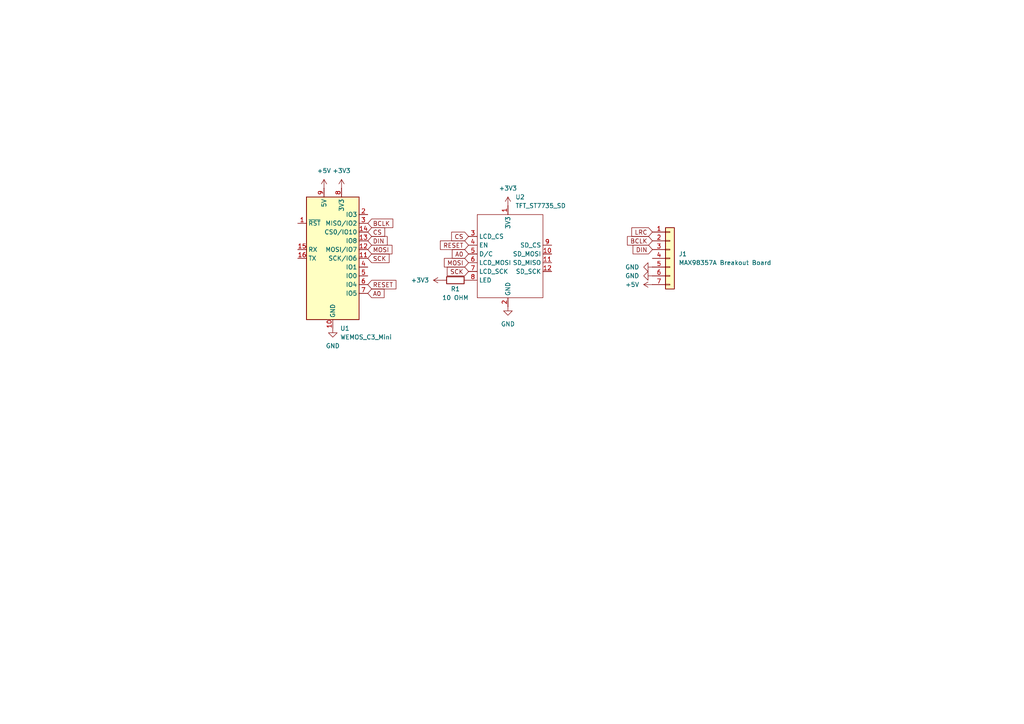
<source format=kicad_sch>
(kicad_sch (version 20241209) (generator "eeschema") (generator_version "8.99")
  (paper "A4")
  (lib_symbols
    (symbol "Connector_Generic:Conn_01x07" (pin_names (offset 1.016) (hide yes))
      (property "Reference" "J" (at 0 10.16 0))
      (property "Value" "Conn_01x07" (at 0 -10.16 0))
      (symbol "Conn_01x07_1_1"
        (rectangle (start -1.27 8.89) (end 1.27 -8.89) (stroke (width 0.254)) (fill (type background)))
        (rectangle (start -1.27 7.747) (end 0 7.493) (stroke (width 0.1524)))
        (rectangle (start -1.27 5.207) (end 0 4.953) (stroke (width 0.1524)))
        (rectangle (start -1.27 2.667) (end 0 2.413) (stroke (width 0.1524)))
        (rectangle (start -1.27 0.127) (end 0 -0.127) (stroke (width 0.1524)))
        (rectangle (start -1.27 -2.413) (end 0 -2.667) (stroke (width 0.1524)))
        (rectangle (start -1.27 -4.953) (end 0 -5.207) (stroke (width 0.1524)))
        (rectangle (start -1.27 -7.493) (end 0 -7.747) (stroke (width 0.1524)))
        (pin passive line (at -5.08 7.62 0) (length 3.81) (name "Pin_1") (number "1"))
        (pin passive line (at -5.08 5.08 0) (length 3.81) (name "Pin_2") (number "2"))
        (pin passive line (at -5.08 2.54 0) (length 3.81) (name "Pin_3") (number "3"))
        (pin passive line (at -5.08 0 0) (length 3.81) (name "Pin_4") (number "4"))
        (pin passive line (at -5.08 -2.54 0) (length 3.81) (name "Pin_5") (number "5"))
        (pin passive line (at -5.08 -5.08 0) (length 3.81) (name "Pin_6") (number "6"))
        (pin passive line (at -5.08 -7.62 0) (length 3.81) (name "Pin_7") (number "7"))
      )
    )
    (symbol "Device:R" (pin_numbers (hide yes)) (pin_names (offset 0))
      (property "Reference" "R" (at 2.032 0 90))
      (property "Value" "R" (at 0 0 90))
      (symbol "R_0_1"
        (rectangle (start -1.016 -2.54) (end 1.016 2.54) (stroke (width 0.254)))
      )
      (symbol "R_1_1"
        (pin passive line (at 0 3.81 270) (length 1.27) (name "~") (number "1"))
        (pin passive line (at 0 -3.81 90) (length 1.27) (name "~") (number "2"))
      )
    )
    (symbol "asylum-weather:TFT_ST7735_SD"
      (property "Reference" "U" (at 6.858 -15.748 0))
      (property "Value" "TFT_ST7735_SD" (at 13.462 -18.288 0))
      (symbol "TFT_ST7735_SD_0_1"
        (rectangle (start -5.08 10.16) (end 13.97 -13.97))
      )
      (symbol "TFT_ST7735_SD_1_1"
        (pin input line (at -7.62 3.81 0) (length 2.54) (name "LCD_CS") (number "3"))
        (pin input line (at -7.62 1.27 0) (length 2.54) (name "EN") (number "4"))
        (pin input line (at -7.62 -1.27 0) (length 2.54) (name "D/C") (number "5"))
        (pin input line (at -7.62 -3.81 0) (length 2.54) (name "LCD_MOSI") (number "6"))
        (pin input line (at -7.62 -6.35 0) (length 2.54) (name "LCD_SCK") (number "7"))
        (pin power_in line (at -7.62 -8.89 0) (length 2.54) (name "LED") (number "8"))
        (pin power_in line (at 3.81 12.7 270) (length 2.54) (name "3V3") (number "1"))
        (pin power_in line (at 3.81 -16.51 90) (length 2.54) (name "GND") (number "2"))
        (pin input line (at 16.51 1.27 180) (length 2.54) (name "SD_CS") (number "9"))
        (pin input line (at 16.51 -1.27 180) (length 2.54) (name "SD_MOSI") (number "10"))
        (pin output line (at 16.51 -3.81 180) (length 2.54) (name "SD_MISO") (number "11"))
        (pin input line (at 16.51 -6.35 180) (length 2.54) (name "SD_SCK") (number "12"))
      )
    )
    (symbol "asylum-weather:WEMOS_C3_mini"
      (property "Reference" "U1" (at 2.1941 -20.32 0))
      (property "Value" "WEMOS_C3_Mini" (at 2.1941 -22.86 0))
      (symbol "WEMOS_C3_mini_1_1"
        (rectangle (start -7.62 17.78) (end 7.62 -17.78) (stroke (width 0.254)) (fill (type background)))
        (pin input line (at -10.16 10.16 0) (length 2.54) (name "~{RST}") (number "1"))
        (pin input line (at -10.16 2.54 0) (length 2.54) (name "RX") (number "15"))
        (pin output line (at -10.16 0 0) (length 2.54) (name "TX") (number "16"))
        (pin power_in line (at -2.54 20.32 270) (length 2.54) (name "5V") (number "9"))
        (pin power_in line (at 0 -20.32 90) (length 2.54) (name "GND") (number "10"))
        (pin power_out line (at 2.54 20.32 270) (length 2.54) (name "3V3") (number "8"))
        (pin input line (at 10.16 12.7 180) (length 2.54) (name "IO3") (number "2"))
        (pin bidirectional line (at 10.16 10.16 180) (length 2.54) (name "MISO/IO2") (number "3"))
        (pin bidirectional line (at 10.16 7.62 180) (length 2.54) (name "CS0/IO10") (number "14"))
        (pin bidirectional line (at 10.16 5.08 180) (length 2.54) (name "IO8") (number "13"))
        (pin bidirectional line (at 10.16 2.54 180) (length 2.54) (name "MOSI/IO7") (number "12"))
        (pin bidirectional line (at 10.16 0 180) (length 2.54) (name "SCK/IO6") (number "11"))
        (pin bidirectional line (at 10.16 -2.54 180) (length 2.54) (name "IO1") (number "4"))
        (pin bidirectional line (at 10.16 -5.08 180) (length 2.54) (name "IO0") (number "5"))
        (pin bidirectional line (at 10.16 -7.62 180) (length 2.54) (name "IO4") (number "6"))
        (pin bidirectional line (at 10.16 -10.16 180) (length 2.54) (name "IO5") (number "7"))
      )
    )
    (symbol "power:+3V3" (power) (pin_numbers (hide yes)) (pin_names (offset 0) (hide yes))
      (property "Value" "+3V3" (at 0 3.556 0))
      (symbol "+3V3_0_1"
        (polyline (pts (xy -0.762 1.27) (xy 0 2.54)))
        (polyline (pts (xy 0 2.54) (xy 0.762 1.27)))
        (polyline (pts (xy 0 0) (xy 0 2.54)))
      )
      (symbol "+3V3_1_1"
        (pin power_in line (at 0 0 90) (length 0) (name "~") (number "1"))
      )
    )
    (symbol "power:+5V" (power) (pin_numbers (hide yes)) (pin_names (offset 0) (hide yes))
      (property "Value" "+5V" (at 0 3.556 0))
      (symbol "+5V_0_1"
        (polyline (pts (xy -0.762 1.27) (xy 0 2.54)))
        (polyline (pts (xy 0 2.54) (xy 0.762 1.27)))
        (polyline (pts (xy 0 0) (xy 0 2.54)))
      )
      (symbol "+5V_1_1"
        (pin power_in line (at 0 0 90) (length 0) (name "~") (number "1"))
      )
    )
    (symbol "power:GND" (power) (pin_numbers (hide yes)) (pin_names (offset 0) (hide yes))
      (property "Value" "GND" (at 0 -3.81 0))
      (symbol "GND_0_1"
        (polyline (pts (xy 0 0) (xy 0 -1.27) (xy 1.27 -1.27) (xy 0 -2.54) (xy -1.27 -1.27) (xy 0 -1.27)))
      )
      (symbol "GND_1_1"
        (pin power_in line (at 0 0 270) (length 0) (name "~") (number "1"))
      )
    )
  )
  (global_label "DIN" (shape input) (at 106.68 69.85 0) (property "Intersheetrefs" "${INTERSHEET_REFS}" (effects (hide yes))))
  (global_label "A0" (shape input) (at 106.68 85.09 0) (property "Intersheetrefs" "${INTERSHEET_REFS}" (effects (hide yes))))
  (global_label "SCK" (shape input) (at 135.89 78.74 180) (property "Intersheetrefs" "${INTERSHEET_REFS}" (effects (hide yes))))
  (global_label "BCLK" (shape input) (at 106.68 64.77 0) (property "Intersheetrefs" "${INTERSHEET_REFS}" (effects (hide yes))))
  (global_label "MOSI" (shape input) (at 135.89 76.2 180) (property "Intersheetrefs" "${INTERSHEET_REFS}" (effects (hide yes))))
  (global_label "MOSI" (shape input) (at 106.68 72.39 0) (property "Intersheetrefs" "${INTERSHEET_REFS}" (effects (hide yes))))
  (global_label "BCLK" (shape input) (at 189.23 69.85 180) (property "Intersheetrefs" "${INTERSHEET_REFS}" (effects (hide yes))))
  (global_label "RESET" (shape input) (at 135.89 71.12 180) (property "Intersheetrefs" "${INTERSHEET_REFS}" (effects (hide yes))))
  (global_label "RESET" (shape input) (at 106.68 82.55 0) (property "Intersheetrefs" "${INTERSHEET_REFS}" (effects (hide yes))))
  (global_label "CS" (shape input) (at 106.68 67.31 0) (property "Intersheetrefs" "${INTERSHEET_REFS}" (effects (hide yes))))
  (global_label "A0" (shape input) (at 135.89 73.66 180) (property "Intersheetrefs" "${INTERSHEET_REFS}" (effects (hide yes))))
  (global_label "SCK" (shape input) (at 106.68 74.93 0) (property "Intersheetrefs" "${INTERSHEET_REFS}" (effects (hide yes))))
  (global_label "DIN" (shape input) (at 189.23 72.39 180) (property "Intersheetrefs" "${INTERSHEET_REFS}" (effects (hide yes))))
  (global_label "CS" (shape input) (at 135.89 68.58 180) (property "Intersheetrefs" "${INTERSHEET_REFS}" (effects (hide yes))))
  (global_label "LRC" (shape input) (at 189.23 67.31 180) (property "Intersheetrefs" "${INTERSHEET_REFS}" (effects (hide yes))))
  (symbol (lib_id "Device:R") (at 132.08 81.28 90) (unit 1)
    (property "Reference" "R1" (at 132.08 83.82 90))
    (property "Value" "10 OHM" (at 132.08 86.36 90))
    (property "Footprint" "Resistor_THT:R_Axial_DIN0207_L6.3mm_D2.5mm_P10.16mm_Horizontal" (effects (hide yes)))
    (property "Description" "Resistor" (effects (hide yes)))
  )
  (symbol (lib_id "Connector_Generic:Conn_01x07") (at 194.31 74.93 0) (unit 1)
    (property "Reference" "J1" (at 196.85 73.6599 0) (effects (justify left)))
    (property "Value" "MAX98357A Breakout Board" (at 196.85 76.1999 0) (effects (justify left)))
    (property "Footprint" "Connector_PinHeader_2.54mm:PinHeader_1x07_P2.54mm_Vertical" (effects (hide yes)))
    (property "Description" "Generic connector, single row, 01x07, script generated (kicad-library-utils/schlib/autogen/connector/)" (effects (hide yes)))
  )
  (symbol (lib_id "asylum-weather:WEMOS_C3_mini") (at 96.52 74.93 0) (unit 1)
    (property "Reference" "U1" (at 98.6633 95.25 0) (effects (justify left)))
    (property "Value" "WEMOS_C3_Mini" (at 98.6633 97.79 0) (effects (justify left)))
    (property "Footprint" "RF_Module:WEMOS_D1_mini_light" (effects (hide yes)))
    (property "Datasheet" "https://wiki.wemos.cc/products:d1:d1_mini#documentation" (effects (hide yes)))
    (property "Description" "32-bit microcontroller module with WiFi" (effects (hide yes)))
  )
  (symbol (lib_id "power:GND") (at 96.52 95.25 0) (unit 1)
    (property "Reference" "#PWR05" (effects (hide yes)))
    (property "Value" "GND" (at 96.52 100.33 0))
    (property "Description" "Power symbol creates a global label with name \"GND\" , ground" (effects (hide yes)))
  )
  (symbol (lib_id "power:GND") (at 189.23 80.01 270) (unit 1)
    (property "Reference" "#PWR06" (effects (hide yes)))
    (property "Value" "GND" (at 185.42 80.0099 90) (effects (justify right)))
    (property "Description" "Power symbol creates a global label with name \"GND\" , ground" (effects (hide yes)))
  )
  (symbol (lib_id "asylum-weather:TFT_ST7735_SD") (at 143.51 72.39 0) (unit 1)
    (property "Reference" "U2" (at 149.4633 57.15 0) (effects (justify left)))
    (property "Value" "TFT_ST7735_SD" (at 149.4633 59.69 0) (effects (justify left)))
    (property "Footprint" "asylum-weather:TFT_ST7735_SD" (effects (hide yes)))
  )
  (symbol (lib_id "power:+5V") (at 93.98 54.61 0) (unit 1)
    (property "Reference" "#PWR07" (effects (hide yes)))
    (property "Value" "+5V" (at 93.98 49.53 0))
    (property "Description" "Power symbol creates a global label with name \"+5V\"" (effects (hide yes)))
  )
  (symbol (lib_id "power:+3V3") (at 147.32 59.69 0) (unit 1)
    (property "Reference" "#PWR02" (effects (hide yes)))
    (property "Value" "+3V3" (at 147.32 54.61 0))
    (property "Description" "Power symbol creates a global label with name \"+3V3\"" (effects (hide yes)))
  )
  (symbol (lib_id "power:+3V3") (at 99.06 54.61 0) (unit 1)
    (property "Reference" "#PWR01" (effects (hide yes)))
    (property "Value" "+3V3" (at 99.06 49.53 0))
    (property "Description" "Power symbol creates a global label with name \"+3V3\"" (effects (hide yes)))
  )
  (symbol (lib_id "power:GND") (at 147.32 88.9 0) (unit 1)
    (property "Reference" "#PWR04" (effects (hide yes)))
    (property "Value" "GND" (at 147.32 93.98 0))
    (property "Description" "Power symbol creates a global label with name \"GND\" , ground" (effects (hide yes)))
  )
  (symbol (lib_id "power:+3V3") (at 128.27 81.28 90) (unit 1)
    (property "Reference" "#PWR03" (effects (hide yes)))
    (property "Value" "+3V3" (at 124.46 81.2799 90) (effects (justify left)))
    (property "Description" "Power symbol creates a global label with name \"+3V3\"" (effects (hide yes)))
  )
  (symbol (lib_id "power:GND") (at 189.23 77.47 270) (unit 1)
    (property "Reference" "#PWR09" (effects (hide yes)))
    (property "Value" "GND" (at 185.42 77.4699 90) (effects (justify right)))
    (property "Description" "Power symbol creates a global label with name \"GND\" , ground" (effects (hide yes)))
  )
  (symbol (lib_id "power:+5V") (at 189.23 82.55 90) (unit 1)
    (property "Reference" "#PWR08" (effects (hide yes)))
    (property "Value" "+5V" (at 185.42 82.5499 90) (effects (justify left)))
    (property "Description" "Power symbol creates a global label with name \"+5V\"" (effects (hide yes)))
  )
)
</source>
